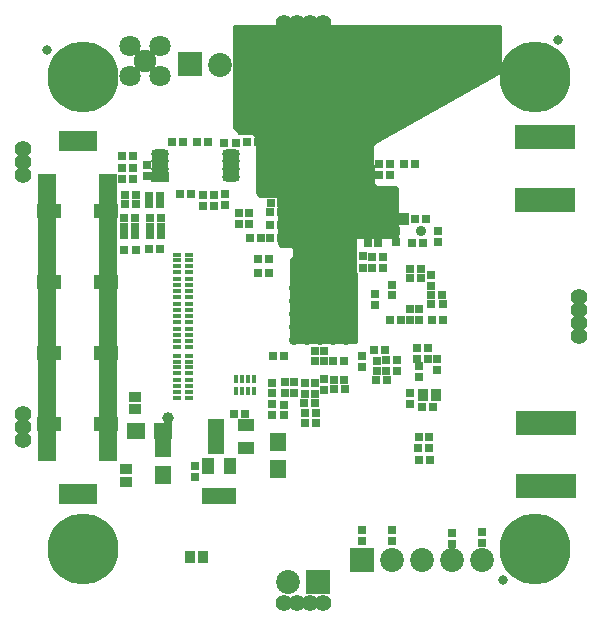
<source format=gbs>
%FSLAX34Y34*%
G04 Gerber Fmt 3.4, Leading zero omitted, Abs format*
G04 (created by PCBNEW (2013-10-29 BZR 4389)-product) date 1/27/2015 10:36:27 PM*
%MOIN*%
G01*
G70*
G90*
G04 APERTURE LIST*
%ADD10C,0.005906*%
%ADD11C,0.031496*%
%ADD12R,0.063200X0.031700*%
%ADD13R,0.078900X0.047500*%
%ADD14R,0.129800X0.070700*%
%ADD15R,0.063300X0.031800*%
%ADD16C,0.055400*%
%ADD17C,0.035700*%
%ADD18C,0.039500*%
%ADD19R,0.055000X0.058800*%
%ADD20R,0.025300X0.027300*%
%ADD21R,0.027300X0.025300*%
%ADD22R,0.039200X0.035300*%
%ADD23R,0.035300X0.039200*%
%ADD24R,0.027300X0.027300*%
%ADD25R,0.058800X0.055000*%
%ADD26C,0.236500*%
%ADD27R,0.204900X0.078900*%
%ADD28C,0.071000*%
%ADD29C,0.075000*%
%ADD30C,0.079700*%
%ADD31C,0.067500*%
%ADD32R,0.079700X0.079700*%
%ADD33R,0.054300X0.042500*%
%ADD34R,0.042500X0.054300*%
%ADD35R,0.059400X0.033800*%
%ADD36O,0.059400X0.033800*%
%ADD37O,0.059400X0.033700*%
%ADD38O,0.027300X0.015500*%
%ADD39R,0.027300X0.015500*%
%ADD40O,0.015500X0.027300*%
%ADD41R,0.015500X0.027300*%
%ADD42C,0.010000*%
G04 APERTURE END LIST*
G54D10*
G54D11*
X65578Y-31011D03*
X63740Y-49007D03*
G54D12*
X48532Y-35636D03*
X48532Y-35832D03*
X48532Y-36029D03*
X48532Y-36226D03*
X48532Y-36422D03*
X50576Y-36422D03*
X50576Y-36226D03*
X50578Y-36029D03*
X50578Y-35832D03*
X50578Y-35636D03*
X48534Y-37009D03*
X48534Y-37207D03*
X48534Y-37404D03*
X48534Y-37599D03*
X48534Y-37797D03*
X48534Y-37994D03*
X48534Y-38189D03*
X48534Y-38387D03*
X48534Y-38586D03*
X48534Y-38782D03*
X50578Y-38782D03*
X50581Y-38584D03*
X50581Y-38387D03*
X50578Y-38189D03*
X50578Y-37994D03*
X50581Y-37796D03*
X50581Y-37599D03*
X50581Y-37402D03*
X50581Y-37206D03*
X50581Y-37009D03*
X50581Y-39371D03*
X50581Y-39567D03*
X50581Y-39764D03*
X50581Y-39961D03*
X50581Y-40157D03*
X50579Y-40356D03*
X50579Y-40551D03*
X50581Y-40749D03*
X50581Y-40946D03*
X50579Y-41144D03*
X48534Y-41144D03*
X48534Y-40947D03*
X48534Y-40749D03*
X48534Y-40551D03*
X48534Y-40356D03*
X48534Y-40159D03*
X48534Y-39961D03*
X48534Y-39766D03*
X48534Y-39569D03*
X48534Y-39371D03*
X48530Y-41736D03*
X48530Y-41934D03*
X48530Y-42131D03*
X48530Y-42327D03*
X48530Y-42524D03*
X48530Y-42721D03*
X48530Y-42917D03*
X48530Y-43114D03*
X48530Y-43312D03*
X48530Y-43509D03*
X50578Y-44099D03*
X50578Y-44296D03*
X50578Y-44492D03*
X50576Y-44689D03*
X50576Y-44886D03*
G54D13*
X50498Y-39079D03*
X48610Y-39079D03*
X48610Y-41441D03*
X50498Y-41441D03*
X48610Y-36716D03*
X50498Y-36716D03*
X50498Y-43804D03*
G54D14*
X49554Y-34374D03*
X49554Y-46140D03*
G54D13*
X48610Y-43804D03*
G54D12*
X48532Y-44886D03*
G54D15*
X48531Y-44689D03*
G54D12*
X48532Y-44492D03*
X48532Y-44296D03*
X48532Y-44099D03*
X50576Y-43509D03*
X50577Y-43311D03*
X50577Y-43114D03*
X50576Y-42917D03*
X50576Y-42721D03*
X50577Y-42523D03*
X50577Y-42327D03*
X50577Y-42130D03*
X50577Y-41933D03*
X50577Y-41736D03*
G54D16*
X47725Y-34630D03*
X47725Y-35063D03*
X47725Y-35496D03*
X47725Y-44335D03*
X47725Y-43902D03*
X47725Y-43469D03*
X66268Y-39571D03*
X66268Y-40004D03*
X66268Y-40437D03*
X66268Y-40870D03*
G54D17*
X58299Y-40354D03*
X58299Y-39921D03*
X58082Y-40138D03*
X58515Y-40138D03*
X61011Y-37386D03*
X58732Y-40354D03*
X57866Y-40354D03*
X57433Y-40354D03*
X57000Y-40354D03*
X56783Y-40571D03*
X57216Y-40571D03*
X57653Y-40571D03*
X58082Y-40571D03*
X58515Y-40571D03*
X58515Y-41004D03*
X58082Y-41004D03*
X57653Y-41004D03*
X57216Y-41004D03*
X56783Y-41004D03*
X57000Y-40787D03*
X57433Y-40787D03*
X58299Y-40787D03*
X57866Y-40787D03*
X58732Y-40787D03*
X58732Y-39921D03*
X57866Y-39921D03*
X57433Y-39921D03*
X57000Y-39921D03*
X56783Y-40138D03*
X57216Y-40138D03*
X57653Y-40138D03*
X58515Y-39705D03*
X58082Y-39705D03*
X57653Y-39705D03*
X57216Y-39705D03*
X56783Y-39705D03*
X57000Y-39488D03*
X57433Y-39488D03*
X58299Y-39488D03*
X57866Y-39488D03*
X58732Y-39488D03*
X58732Y-39055D03*
X57866Y-39055D03*
X58299Y-39055D03*
X57433Y-39055D03*
X57000Y-39055D03*
X56783Y-39272D03*
X57216Y-39272D03*
X57653Y-39272D03*
X58082Y-39272D03*
X58515Y-39272D03*
G54D18*
X52586Y-43621D03*
G54D19*
X52390Y-44611D03*
X52390Y-45515D03*
X56248Y-44414D03*
X56248Y-45318D03*
G54D20*
X53906Y-34410D03*
X53536Y-34410D03*
X51512Y-36189D03*
X51142Y-36189D03*
X61279Y-44618D03*
X60909Y-44618D03*
X53331Y-36146D03*
X52961Y-36146D03*
G54D21*
X51886Y-35189D03*
X51886Y-35559D03*
G54D20*
X51402Y-35638D03*
X51032Y-35638D03*
X51488Y-38008D03*
X51118Y-38008D03*
G54D21*
X53740Y-36166D03*
X53740Y-36536D03*
G54D20*
X51512Y-36461D03*
X51142Y-36461D03*
X51476Y-37232D03*
X51106Y-37232D03*
X51969Y-37240D03*
X52339Y-37240D03*
X51941Y-36197D03*
X52311Y-36197D03*
G54D21*
X54110Y-36543D03*
X54110Y-36173D03*
G54D20*
X51945Y-37992D03*
X52315Y-37992D03*
X53079Y-34410D03*
X52709Y-34410D03*
G54D21*
X54457Y-36146D03*
X54457Y-36516D03*
G54D20*
X51480Y-37508D03*
X51110Y-37508D03*
X54453Y-34433D03*
X54823Y-34433D03*
G54D21*
X59606Y-35130D03*
X59606Y-35500D03*
X59961Y-35130D03*
X59961Y-35500D03*
X59039Y-47713D03*
X59039Y-47343D03*
X60047Y-47721D03*
X60047Y-47351D03*
X62036Y-47807D03*
X62036Y-47437D03*
X63051Y-47776D03*
X63051Y-47406D03*
X56484Y-42792D03*
X56484Y-42422D03*
G54D20*
X58087Y-42642D03*
X58457Y-42642D03*
X55658Y-37614D03*
X55288Y-37614D03*
G54D21*
X55284Y-36764D03*
X55284Y-37134D03*
G54D20*
X59382Y-38228D03*
X59752Y-38228D03*
X59488Y-42347D03*
X59858Y-42347D03*
X59831Y-42044D03*
X60201Y-42044D03*
X61713Y-39500D03*
X61343Y-39500D03*
X59382Y-38610D03*
X59752Y-38610D03*
G54D21*
X60638Y-39984D03*
X60638Y-40354D03*
G54D20*
X59969Y-40355D03*
X60339Y-40355D03*
X61358Y-40351D03*
X61728Y-40351D03*
G54D21*
X61551Y-41642D03*
X61551Y-42012D03*
X56764Y-42421D03*
X56764Y-42791D03*
G54D20*
X60697Y-37768D03*
X61067Y-37768D03*
X51965Y-36953D03*
X52335Y-36953D03*
G54D21*
X60646Y-42760D03*
X60646Y-43130D03*
G54D20*
X61398Y-43256D03*
X61028Y-43256D03*
X60795Y-36981D03*
X61165Y-36981D03*
G54D21*
X61571Y-37756D03*
X61571Y-37386D03*
X57768Y-42685D03*
X57768Y-42315D03*
G54D20*
X61721Y-39799D03*
X61351Y-39799D03*
X55941Y-38776D03*
X55571Y-38776D03*
G54D21*
X56051Y-43146D03*
X56051Y-43516D03*
G54D20*
X51410Y-34890D03*
X51040Y-34890D03*
X51040Y-35280D03*
X51410Y-35280D03*
X52339Y-37512D03*
X51969Y-37512D03*
X51476Y-36957D03*
X51106Y-36957D03*
X51941Y-36469D03*
X52311Y-36469D03*
X57484Y-43122D03*
X57114Y-43122D03*
G54D21*
X57465Y-42449D03*
X57465Y-42819D03*
G54D22*
X51473Y-43325D03*
X51473Y-42895D03*
G54D23*
X60440Y-36984D03*
X60010Y-36984D03*
X53309Y-48228D03*
X53739Y-48228D03*
X61073Y-42847D03*
X61503Y-42847D03*
G54D22*
X51169Y-45305D03*
X51169Y-45735D03*
G54D24*
X61228Y-41626D03*
X61228Y-41272D03*
X60949Y-40346D03*
X60949Y-39992D03*
X60878Y-41626D03*
X60878Y-41272D03*
X60634Y-38634D03*
X60988Y-38634D03*
X56437Y-41545D03*
X56083Y-41545D03*
X60634Y-38945D03*
X60988Y-38945D03*
X56047Y-42426D03*
X56047Y-42780D03*
X55130Y-43477D03*
X54776Y-43477D03*
X57500Y-43783D03*
X57146Y-43783D03*
X55981Y-37610D03*
X56335Y-37610D03*
X57500Y-43453D03*
X57146Y-43453D03*
X57150Y-42445D03*
X57150Y-42799D03*
X55209Y-34425D03*
X55563Y-34425D03*
X60445Y-35130D03*
X60799Y-35130D03*
X61279Y-44259D03*
X60925Y-44259D03*
X61287Y-45011D03*
X60933Y-45011D03*
X59539Y-42047D03*
X59539Y-41693D03*
X54949Y-37126D03*
X54949Y-36772D03*
X57768Y-41721D03*
X57768Y-41367D03*
X57484Y-41717D03*
X57484Y-41363D03*
X59476Y-39843D03*
X59476Y-39489D03*
X55929Y-38299D03*
X55575Y-38299D03*
X56437Y-43166D03*
X56437Y-43520D03*
X59067Y-38217D03*
X58713Y-38217D03*
X59075Y-38595D03*
X58721Y-38595D03*
X61343Y-39209D03*
X61343Y-38855D03*
X60039Y-39169D03*
X60039Y-39523D03*
X59035Y-41899D03*
X59035Y-41545D03*
X60162Y-37732D03*
X60162Y-37378D03*
X60205Y-41685D03*
X59851Y-41685D03*
X60941Y-41890D03*
X60941Y-42244D03*
X55981Y-37169D03*
X56335Y-37169D03*
X55977Y-36756D03*
X56331Y-36756D03*
X55988Y-36453D03*
X56342Y-36453D03*
X59236Y-37780D03*
X59236Y-37426D03*
X59579Y-37780D03*
X59579Y-37426D03*
X58087Y-42339D03*
X58441Y-42339D03*
X58079Y-41717D03*
X58433Y-41717D03*
X53469Y-45225D03*
X53469Y-45579D03*
X59445Y-41343D03*
X59799Y-41343D03*
G54D25*
X52409Y-44044D03*
X51505Y-44044D03*
G54D26*
X49752Y-32228D03*
X64791Y-32228D03*
X64791Y-47975D03*
X49752Y-47975D03*
G54D16*
X56426Y-49768D03*
X56859Y-49768D03*
X57292Y-49768D03*
X57726Y-49768D03*
X56425Y-30437D03*
X56858Y-30437D03*
X57291Y-30437D03*
X57725Y-30437D03*
G54D27*
X65161Y-45867D03*
X65161Y-43763D03*
X65145Y-36350D03*
X65145Y-34246D03*
G54D28*
X51299Y-32217D03*
X52299Y-32217D03*
X52299Y-31217D03*
X51299Y-31217D03*
G54D29*
X51799Y-31717D03*
G54D30*
X58307Y-31834D03*
X57307Y-31834D03*
G54D31*
X56307Y-31834D03*
G54D30*
X55307Y-31834D03*
G54D32*
X53307Y-31814D03*
G54D30*
X54307Y-31834D03*
G54D32*
X57576Y-49079D03*
G54D30*
X56576Y-49079D03*
G54D33*
X54184Y-44603D03*
X54184Y-43853D03*
X55184Y-44603D03*
X54184Y-44228D03*
X55184Y-43853D03*
G54D34*
X54646Y-46200D03*
X53896Y-46200D03*
X54646Y-45200D03*
X54271Y-46200D03*
X53896Y-45200D03*
G54D35*
X52291Y-35567D03*
G54D36*
X52291Y-35311D03*
X52291Y-35055D03*
X52291Y-34799D03*
G54D37*
X54654Y-35567D03*
G54D36*
X54654Y-35311D03*
X54654Y-35055D03*
X54654Y-34799D03*
G54D30*
X63314Y-31834D03*
X62314Y-31834D03*
X61314Y-31834D03*
G54D32*
X59314Y-31814D03*
G54D30*
X60314Y-31834D03*
X63043Y-48350D03*
X62043Y-48350D03*
X61043Y-48350D03*
G54D32*
X59043Y-48330D03*
G54D30*
X60043Y-48350D03*
G54D38*
X53256Y-38752D03*
X53256Y-38555D03*
X53256Y-38162D03*
X52862Y-38162D03*
G54D39*
X52862Y-38752D03*
G54D38*
X53256Y-38359D03*
X52862Y-38359D03*
X52862Y-38555D03*
X53256Y-39567D03*
X53256Y-39370D03*
X53256Y-38977D03*
X52862Y-38977D03*
G54D39*
X52862Y-39567D03*
G54D38*
X53256Y-39174D03*
X52862Y-39174D03*
X52862Y-39370D03*
X53256Y-40402D03*
X53256Y-40205D03*
X53256Y-39812D03*
X52862Y-39812D03*
G54D39*
X52862Y-40402D03*
G54D38*
X53256Y-40009D03*
X52862Y-40009D03*
X52862Y-40205D03*
X53256Y-41236D03*
X53256Y-41039D03*
X53256Y-40646D03*
X52862Y-40646D03*
G54D39*
X52862Y-41236D03*
G54D38*
X53256Y-40843D03*
X52862Y-40843D03*
X52862Y-41039D03*
X53256Y-42122D03*
X53256Y-41925D03*
X53256Y-41532D03*
X52862Y-41532D03*
G54D39*
X52862Y-42122D03*
G54D38*
X53256Y-41729D03*
X52862Y-41729D03*
X52862Y-41925D03*
X53256Y-42941D03*
X53256Y-42744D03*
X53256Y-42351D03*
X52862Y-42351D03*
G54D39*
X52862Y-42941D03*
G54D38*
X53256Y-42548D03*
X52862Y-42548D03*
X52862Y-42744D03*
G54D40*
X55425Y-42319D03*
X55228Y-42319D03*
X54835Y-42319D03*
X54835Y-42713D03*
G54D41*
X55425Y-42713D03*
G54D40*
X55032Y-42319D03*
X55032Y-42713D03*
X55228Y-42713D03*
G54D11*
X48535Y-31342D03*
G54D10*
G36*
X63623Y-32084D02*
X59536Y-34369D01*
X59386Y-34519D01*
X59395Y-35783D01*
X59497Y-35897D01*
X60139Y-35897D01*
X60198Y-35933D01*
X60198Y-37560D01*
X58812Y-37560D01*
X58812Y-38759D01*
X58848Y-38799D01*
X58848Y-41092D01*
X56664Y-41092D01*
X56664Y-38326D01*
X56654Y-38326D01*
X56759Y-38221D01*
X56759Y-37956D01*
X56666Y-37864D01*
X56348Y-37864D01*
X56282Y-37794D01*
X56282Y-36298D01*
X56205Y-36222D01*
X55650Y-36222D01*
X55541Y-36113D01*
X55537Y-34251D01*
X55395Y-34104D01*
X54949Y-34104D01*
X54771Y-33924D01*
X54777Y-30554D01*
X63623Y-30554D01*
X63623Y-32084D01*
X63623Y-32084D01*
G37*
G54D42*
X63623Y-32084D02*
X59536Y-34369D01*
X59386Y-34519D01*
X59395Y-35783D01*
X59497Y-35897D01*
X60139Y-35897D01*
X60198Y-35933D01*
X60198Y-37560D01*
X58812Y-37560D01*
X58812Y-38759D01*
X58848Y-38799D01*
X58848Y-41092D01*
X56664Y-41092D01*
X56664Y-38326D01*
X56654Y-38326D01*
X56759Y-38221D01*
X56759Y-37956D01*
X56666Y-37864D01*
X56348Y-37864D01*
X56282Y-37794D01*
X56282Y-36298D01*
X56205Y-36222D01*
X55650Y-36222D01*
X55541Y-36113D01*
X55537Y-34251D01*
X55395Y-34104D01*
X54949Y-34104D01*
X54771Y-33924D01*
X54777Y-30554D01*
X63623Y-30554D01*
X63623Y-32084D01*
M02*

</source>
